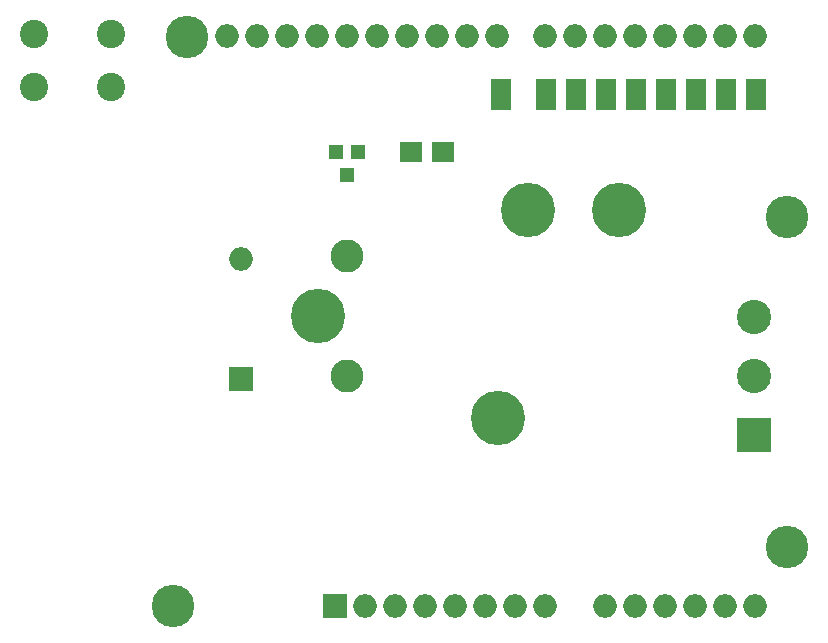
<source format=gts>
G04 #@! TF.GenerationSoftware,KiCad,Pcbnew,(2017-11-08 revision cd21218)-HEAD*
G04 #@! TF.CreationDate,2018-02-05T18:12:23+02:00*
G04 #@! TF.ProjectId,esp8266_uno_relay,657370383236365F756E6F5F72656C61,rev?*
G04 #@! TF.SameCoordinates,Original*
G04 #@! TF.FileFunction,Soldermask,Top*
G04 #@! TF.FilePolarity,Negative*
%FSLAX46Y46*%
G04 Gerber Fmt 4.6, Leading zero omitted, Abs format (unit mm)*
G04 Created by KiCad (PCBNEW (2017-11-08 revision cd21218)-HEAD) date Mon Feb  5 18:12:23 2018*
%MOMM*%
%LPD*%
G01*
G04 APERTURE LIST*
%ADD10C,3.600000*%
%ADD11C,4.600000*%
%ADD12C,2.800000*%
%ADD13O,2.000000X2.000000*%
%ADD14R,2.000000X2.000000*%
%ADD15R,1.670000X1.370000*%
%ADD16R,2.900000X2.900000*%
%ADD17C,2.900000*%
%ADD18R,1.200000X1.300000*%
%ADD19R,1.900000X1.700000*%
%ADD20C,2.400000*%
G04 APERTURE END LIST*
D10*
X119250000Y-143750000D03*
X171250000Y-138750000D03*
X171250000Y-110750000D03*
X120500000Y-95500000D03*
D11*
X157052146Y-110213880D03*
X149302146Y-110213880D03*
X146802146Y-127813880D03*
X131552146Y-119163880D03*
D12*
X134052146Y-114063880D03*
X134052146Y-124213880D03*
D13*
X123860000Y-95490000D03*
X126400000Y-95490000D03*
D14*
X133000000Y-143750000D03*
D13*
X163480000Y-95490000D03*
X135540000Y-143750000D03*
X160940000Y-95490000D03*
X138080000Y-143750000D03*
X158400000Y-95490000D03*
X140620000Y-143750000D03*
X155860000Y-95490000D03*
X143160000Y-143750000D03*
X153320000Y-95490000D03*
X145700000Y-143750000D03*
X150780000Y-95490000D03*
X148240000Y-143750000D03*
X146720000Y-95490000D03*
X150780000Y-143750000D03*
X144180000Y-95490000D03*
X155860000Y-143750000D03*
X141640000Y-95490000D03*
X158400000Y-143750000D03*
X139100000Y-95490000D03*
X160940000Y-143750000D03*
X136560000Y-95490000D03*
X163480000Y-143750000D03*
X134020000Y-95490000D03*
X166020000Y-143750000D03*
X131480000Y-95490000D03*
X168560000Y-143750000D03*
X128940000Y-95490000D03*
X168560000Y-95490000D03*
X166020000Y-95490000D03*
D14*
X125000000Y-124500000D03*
D13*
X125000000Y-114340000D03*
D15*
X168610000Y-101060000D03*
X168610000Y-99780000D03*
X166070000Y-99780000D03*
X166070000Y-101060000D03*
X163530000Y-101060000D03*
X163530000Y-99780000D03*
X160990000Y-99780000D03*
X160990000Y-101060000D03*
X158450000Y-101060000D03*
X158450000Y-99780000D03*
X155910000Y-99780000D03*
X155910000Y-101060000D03*
X153370000Y-101060000D03*
X153370000Y-99780000D03*
X150830000Y-99780000D03*
X150830000Y-101060000D03*
X147020000Y-101060000D03*
X147020000Y-99780000D03*
D16*
X168500000Y-129250000D03*
D17*
X168500000Y-124250000D03*
X168500000Y-119250000D03*
D18*
X134950000Y-105250000D03*
X133050000Y-105250000D03*
X134000000Y-107250000D03*
D19*
X139400000Y-105250000D03*
X142100000Y-105250000D03*
D20*
X114000000Y-95250000D03*
X114000000Y-99750000D03*
X107500000Y-95250000D03*
X107500000Y-99750000D03*
M02*

</source>
